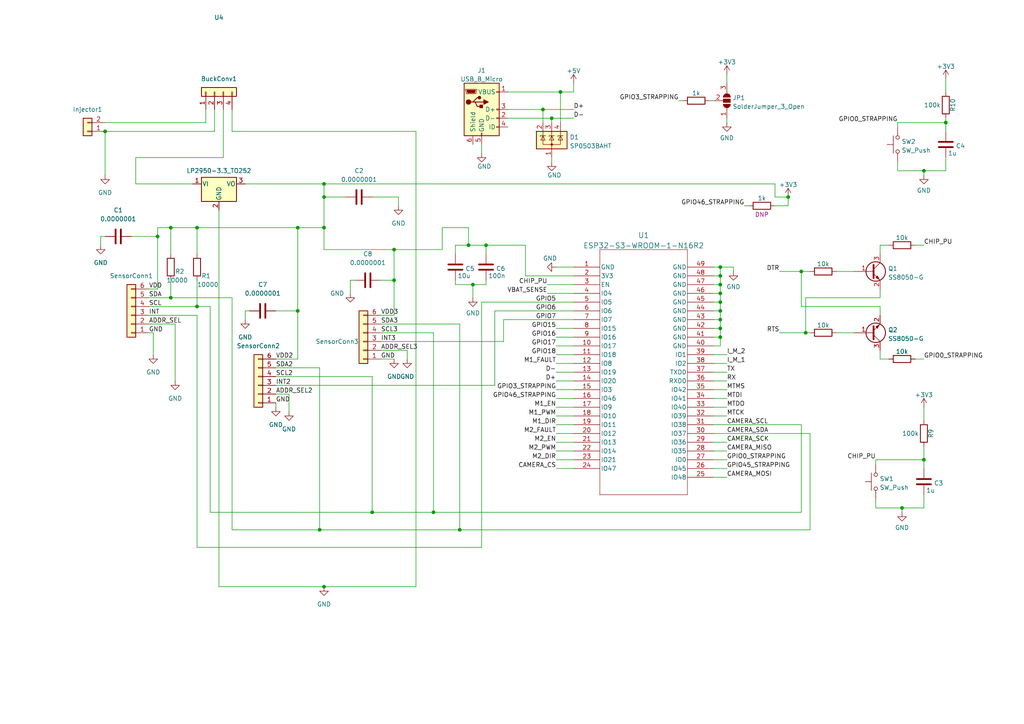
<source format=kicad_sch>
(kicad_sch (version 20230121) (generator eeschema)
  (paper "A4")
  (lib_symbols
    (symbol "Connector:USB_B_Micro" (pin_names (offset 1.016))
      (property "Reference" "J" (at -5.08 11.43 0))
      (property "Value" "USB_B_Micro" (at -5.08 8.89 0))
      (symbol "USB_B_Micro_0_1"
        (rectangle (start -5.08 -7.62) (end 5.08 7.62) (stroke (width 0.254)) (fill (type background)))
        (circle (center -3.81 2.159) (radius 0.635) (stroke (width 0.254)) (fill (type outline)))
        (circle (center -0.635 3.429) (radius 0.381) (stroke (width 0.254)) (fill (type outline)))
        (rectangle (start -0.127 -7.62) (end 0.127 -6.858))
        (polyline (pts (xy -1.905 2.159) (xy 0.635 2.159)) (stroke (width 0.254)))
        (polyline (pts (xy -3.175 2.159) (xy -2.54 2.159) (xy -1.27 3.429) (xy -0.635 3.429)) (stroke (width 0.254)))
        (polyline (pts (xy -2.54 2.159) (xy -1.905 2.159) (xy -1.27 0.889) (xy 0 0.889)) (stroke (width 0.254)))
        (polyline (pts (xy 0.635 2.794) (xy 0.635 1.524) (xy 1.905 2.159) (xy 0.635 2.794)) (stroke (width 0.254)) (fill (type outline)))
        (polyline (pts (xy -4.318 5.588) (xy -1.778 5.588) (xy -2.032 4.826) (xy -4.064 4.826) (xy -4.318 5.588)) (fill (type outline)))
        (polyline (pts (xy -4.699 5.842) (xy -4.699 5.588) (xy -4.445 4.826) (xy -4.445 4.572) (xy -1.651 4.572) (xy -1.651 4.826) (xy -1.397 5.588) (xy -1.397 5.842) (xy -4.699 5.842)))
        (rectangle (start 0.254 1.27) (end -0.508 0.508) (stroke (width 0.254)) (fill (type outline)))
        (rectangle (start 5.08 -5.207) (end 4.318 -4.953))
        (rectangle (start 5.08 -2.667) (end 4.318 -2.413))
        (rectangle (start 5.08 -0.127) (end 4.318 0.127))
        (rectangle (start 5.08 4.953) (end 4.318 5.207))
      )
      (symbol "USB_B_Micro_1_1"
        (pin power_out line (at 7.62 5.08 180) (length 2.54) (name "VBUS") (number "1"))
        (pin bidirectional line (at 7.62 -2.54 180) (length 2.54) (name "D-") (number "2"))
        (pin bidirectional line (at 7.62 0 180) (length 2.54) (name "D+") (number "3"))
        (pin passive line (at 7.62 -5.08 180) (length 2.54) (name "ID") (number "4"))
        (pin power_out line (at 0 -10.16 90) (length 2.54) (name "GND") (number "5"))
        (pin passive line (at -2.54 -10.16 90) (length 2.54) (name "Shield") (number "6"))
      )
    )
    (symbol "Connector_Generic:Conn_01x02" (pin_names (offset 1.016) hide)
      (property "Reference" "J" (at 0 2.54 0))
      (property "Value" "Conn_01x02" (at 0 -5.08 0))
      (symbol "Conn_01x02_1_1"
        (rectangle (start -1.27 -2.413) (end 0 -2.667) (stroke (width 0.1524)))
        (rectangle (start -1.27 0.127) (end 0 -0.127) (stroke (width 0.1524)))
        (rectangle (start -1.27 1.27) (end 1.27 -3.81) (stroke (width 0.254)) (fill (type background)))
        (pin passive line (at -5.08 0 0) (length 3.81) (name "Pin_1") (number "1"))
        (pin passive line (at -5.08 -2.54 0) (length 3.81) (name "Pin_2") (number "2"))
      )
    )
    (symbol "Connector_Generic:Conn_01x04" (pin_names (offset 1.016) hide)
      (property "Reference" "J" (at 0 5.08 0))
      (property "Value" "Conn_01x04" (at 0 -7.62 0))
      (symbol "Conn_01x04_1_1"
        (rectangle (start -1.27 -4.953) (end 0 -5.207) (stroke (width 0.1524)))
        (rectangle (start -1.27 -2.413) (end 0 -2.667) (stroke (width 0.1524)))
        (rectangle (start -1.27 0.127) (end 0 -0.127) (stroke (width 0.1524)))
        (rectangle (start -1.27 2.667) (end 0 2.413) (stroke (width 0.1524)))
        (rectangle (start -1.27 3.81) (end 1.27 -6.35) (stroke (width 0.254)) (fill (type background)))
        (pin passive line (at -5.08 2.54 0) (length 3.81) (name "Pin_1") (number "1"))
        (pin passive line (at -5.08 0 0) (length 3.81) (name "Pin_2") (number "2"))
        (pin passive line (at -5.08 -2.54 0) (length 3.81) (name "Pin_3") (number "3"))
        (pin passive line (at -5.08 -5.08 0) (length 3.81) (name "Pin_4") (number "4"))
      )
    )
    (symbol "Connector_Generic:Conn_01x06" (pin_names (offset 1.016) hide)
      (property "Reference" "J" (at 0 7.62 0))
      (property "Value" "Conn_01x06" (at 0 -10.16 0))
      (symbol "Conn_01x06_1_1"
        (rectangle (start -1.27 -7.493) (end 0 -7.747) (stroke (width 0.1524)))
        (rectangle (start -1.27 -4.953) (end 0 -5.207) (stroke (width 0.1524)))
        (rectangle (start -1.27 -2.413) (end 0 -2.667) (stroke (width 0.1524)))
        (rectangle (start -1.27 0.127) (end 0 -0.127) (stroke (width 0.1524)))
        (rectangle (start -1.27 2.667) (end 0 2.413) (stroke (width 0.1524)))
        (rectangle (start -1.27 5.207) (end 0 4.953) (stroke (width 0.1524)))
        (rectangle (start -1.27 6.35) (end 1.27 -8.89) (stroke (width 0.254)) (fill (type background)))
        (pin passive line (at -5.08 5.08 0) (length 3.81) (name "Pin_1") (number "1"))
        (pin passive line (at -5.08 2.54 0) (length 3.81) (name "Pin_2") (number "2"))
        (pin passive line (at -5.08 0 0) (length 3.81) (name "Pin_3") (number "3"))
        (pin passive line (at -5.08 -2.54 0) (length 3.81) (name "Pin_4") (number "4"))
        (pin passive line (at -5.08 -5.08 0) (length 3.81) (name "Pin_5") (number "5"))
        (pin passive line (at -5.08 -7.62 0) (length 3.81) (name "Pin_6") (number "6"))
      )
    )
    (symbol "Device:C" (pin_numbers hide) (pin_names (offset 0.254))
      (property "Reference" "C" (at 0.635 2.54 0))
      (property "Value" "C" (at 0.635 -2.54 0))
      (symbol "C_0_1"
        (polyline (pts (xy -2.032 -0.762) (xy 2.032 -0.762)) (stroke (width 0.508)))
        (polyline (pts (xy -2.032 0.762) (xy 2.032 0.762)) (stroke (width 0.508)))
      )
      (symbol "C_1_1"
        (pin passive line (at 0 3.81 270) (length 2.794) (name "~") (number "1"))
        (pin passive line (at 0 -3.81 90) (length 2.794) (name "~") (number "2"))
      )
    )
    (symbol "Device:Q_NPN_BEC" (pin_names (offset 0) hide)
      (property "Reference" "Q" (at 5.08 1.27 0))
      (property "Value" "Q_NPN_BEC" (at 5.08 -1.27 0))
      (symbol "Q_NPN_BEC_0_1"
        (polyline (pts (xy 0.635 0.635) (xy 2.54 2.54)))
        (polyline (pts (xy 0.635 -0.635) (xy 2.54 -2.54) (xy 2.54 -2.54)))
        (polyline (pts (xy 0.635 1.905) (xy 0.635 -1.905) (xy 0.635 -1.905)) (stroke (width 0.508)))
        (polyline (pts (xy 1.27 -1.778) (xy 1.778 -1.27) (xy 2.286 -2.286) (xy 1.27 -1.778) (xy 1.27 -1.778)) (fill (type outline)))
        (circle (center 1.27 0) (radius 2.8194) (stroke (width 0.254)))
      )
      (symbol "Q_NPN_BEC_1_1"
        (pin input line (at -5.08 0 0) (length 5.715) (name "B") (number "1"))
        (pin passive line (at 2.54 -5.08 90) (length 2.54) (name "E") (number "2"))
        (pin passive line (at 2.54 5.08 270) (length 2.54) (name "C") (number "3"))
      )
    )
    (symbol "Device:R" (pin_numbers hide) (pin_names (offset 0))
      (property "Reference" "R" (at 2.032 0 90))
      (property "Value" "R" (at 0 0 90))
      (symbol "R_0_1"
        (rectangle (start -1.016 -2.54) (end 1.016 2.54) (stroke (width 0.254)))
      )
      (symbol "R_1_1"
        (pin passive line (at 0 3.81 270) (length 1.27) (name "~") (number "1"))
        (pin passive line (at 0 -3.81 90) (length 1.27) (name "~") (number "2"))
      )
    )
    (symbol "Jumper:SolderJumper_3_Open" (pin_names (offset 0) hide)
      (property "Reference" "JP" (at -2.54 -2.54 0))
      (property "Value" "SolderJumper_3_Open" (at 0 2.794 0))
      (symbol "SolderJumper_3_Open_0_1"
        (arc (start -1.016 1.016) (mid -2.0276 0) (end -1.016 -1.016))
        (arc (start -1.016 1.016) (mid -2.0276 0) (end -1.016 -1.016) (fill (type outline)))
        (rectangle (start -0.508 1.016) (end 0.508 -1.016) (fill (type outline)))
        (polyline (pts (xy -2.54 0) (xy -2.032 0)))
        (polyline (pts (xy -1.016 1.016) (xy -1.016 -1.016)))
        (polyline (pts (xy 0 -1.27) (xy 0 -1.016)))
        (polyline (pts (xy 1.016 1.016) (xy 1.016 -1.016)))
        (polyline (pts (xy 2.54 0) (xy 2.032 0)))
        (arc (start 1.016 -1.016) (mid 2.0276 0) (end 1.016 1.016))
        (arc (start 1.016 -1.016) (mid 2.0276 0) (end 1.016 1.016) (fill (type outline)))
      )
      (symbol "SolderJumper_3_Open_1_1"
        (pin passive line (at -5.08 0 0) (length 2.54) (name "A") (number "1"))
        (pin passive line (at 0 -3.81 90) (length 2.54) (name "C") (number "2"))
        (pin passive line (at 5.08 0 180) (length 2.54) (name "B") (number "3"))
      )
    )
    (symbol "Power_Protection:SP0503BAHT" (pin_names hide)
      (property "Reference" "D" (at 5.715 2.54 0))
      (property "Value" "SP0503BAHT" (at 5.715 0.635 0))
      (symbol "SP0503BAHT_0_0"
        (pin passive line (at 0 -5.08 90) (length 2.54) (name "A") (number "1"))
      )
      (symbol "SP0503BAHT_0_1"
        (rectangle (start -4.445 2.54) (end 4.445 -2.54) (stroke (width 0.254)) (fill (type background)))
        (circle (center 0 -1.27) (radius 0.254) (fill (type outline)))
        (polyline (pts (xy -2.54 2.54) (xy -2.54 1.27)))
        (polyline (pts (xy 0 -1.27) (xy 0 -2.54)))
        (polyline (pts (xy 0 -1.27) (xy 0 1.27)))
        (polyline (pts (xy 0 2.54) (xy 0 1.27)))
        (polyline (pts (xy 0.635 1.27) (xy 0.762 1.27)))
        (polyline (pts (xy 2.54 2.54) (xy 2.54 1.27)))
        (polyline (pts (xy 0.635 1.27) (xy -0.762 1.27) (xy -0.762 1.016)))
        (polyline (pts (xy -3.302 1.016) (xy -3.302 1.27) (xy -1.905 1.27) (xy -1.778 1.27)))
        (polyline (pts (xy -2.54 1.27) (xy -2.54 -1.27) (xy 2.54 -1.27) (xy 2.54 1.27)))
        (polyline (pts (xy -2.54 1.27) (xy -1.905 0) (xy -3.175 0) (xy -2.54 1.27)))
        (polyline (pts (xy 0.635 0) (xy -0.635 0) (xy 0 1.27) (xy 0.635 0)))
        (polyline (pts (xy 1.778 1.016) (xy 1.778 1.27) (xy 3.175 1.27) (xy 3.302 1.27)))
        (polyline (pts (xy 2.54 1.27) (xy 1.905 0) (xy 3.175 0) (xy 2.54 1.27)))
      )
      (symbol "SP0503BAHT_1_1"
        (pin passive line (at -2.54 5.08 270) (length 2.54) (name "K") (number "2"))
        (pin passive line (at 0 5.08 270) (length 2.54) (name "K") (number "3"))
        (pin passive line (at 2.54 5.08 270) (length 2.54) (name "K") (number "4"))
      )
    )
    (symbol "Regulator_Linear:LP2950-3.3_TO252" (pin_names (offset 0.254))
      (property "Reference" "U" (at -3.81 3.175 0))
      (property "Value" "LP2950-3.3_TO252" (at 0 3.175 0))
      (symbol "LP2950-3.3_TO252_0_1"
        (rectangle (start -5.08 1.905) (end 5.08 -5.08) (stroke (width 0.254)) (fill (type background)))
      )
      (symbol "LP2950-3.3_TO252_1_1"
        (pin power_in line (at -7.62 0 0) (length 2.54) (name "VI") (number "1"))
        (pin power_in line (at 0 -7.62 90) (length 2.54) (name "GND") (number "2"))
        (pin power_out line (at 7.62 0 180) (length 2.54) (name "VO") (number "3"))
      )
    )
    (symbol "Switch:SW_Push" (pin_numbers hide) (pin_names (offset 1.016) hide)
      (property "Reference" "SW" (at 1.27 2.54 0))
      (property "Value" "SW_Push" (at 0 -1.524 0))
      (symbol "SW_Push_0_1"
        (circle (center -2.032 0) (radius 0.508))
        (polyline (pts (xy 0 1.27) (xy 0 3.048)))
        (polyline (pts (xy 2.54 1.27) (xy -2.54 1.27)))
        (circle (center 2.032 0) (radius 0.508))
        (pin passive line (at -5.08 0 0) (length 2.54) (name "1") (number "1"))
        (pin passive line (at 5.08 0 180) (length 2.54) (name "2") (number "2"))
      )
    )
    (symbol "basic:C" (pin_numbers hide) (pin_names (offset 0.254))
      (property "Reference" "C" (at 0.635 2.54 0))
      (symbol "C_0_1"
        (polyline (pts (xy -2.032 -0.762) (xy 2.032 -0.762)) (stroke (width 0.508)))
        (polyline (pts (xy -2.032 0.762) (xy 2.032 0.762)) (stroke (width 0.508)))
      )
      (symbol "C_1_1"
        (pin passive line (at 0 3.81 270) (length 2.794) (name "~") (number "1"))
        (pin passive line (at 0 -3.81 90) (length 2.794) (name "~") (number "2"))
      )
    )
    (symbol "basic:R" (pin_numbers hide) (pin_names (offset 0))
      (property "Value" "R" (at 0 0 90))
      (symbol "R_0_1"
        (rectangle (start -1.016 -2.54) (end 1.016 2.54) (stroke (width 0.254)))
      )
      (symbol "R_1_1"
        (pin passive line (at 0 3.81 270) (length 1.27) (name "~") (number "1"))
        (pin passive line (at 0 -3.81 90) (length 1.27) (name "~") (number "2"))
      )
    )
    (symbol "local_symbols:ESP32-S3-WROOM-1-N16R2" (pin_names (offset 0.254))
      (property "Reference" "U" (at 20.32 10.16 0))
      (property "Value" "ESP32-S3-WROOM-1-N16R2" (at 20.32 7.62 0))
      (symbol "ESP32-S3-WROOM-1-N16R2_0_1"
        (polyline (pts (xy 7.62 -66.04) (xy 33.02 -66.04)) (stroke (width 0.127)))
        (polyline (pts (xy 7.62 5.08) (xy 7.62 -66.04)) (stroke (width 0.127)))
        (polyline (pts (xy 33.02 -66.04) (xy 33.02 5.08)) (stroke (width 0.127)))
        (polyline (pts (xy 33.02 5.08) (xy 7.62 5.08)) (stroke (width 0.127)))
        (pin power_out line (at 0 0 0) (length 7.62) (name "GND") (number "1"))
        (pin bidirectional line (at 0 -22.86 0) (length 7.62) (name "IO17") (number "10"))
        (pin bidirectional line (at 0 -25.4 0) (length 7.62) (name "IO18") (number "11"))
        (pin bidirectional line (at 0 -27.94 0) (length 7.62) (name "IO8") (number "12"))
        (pin bidirectional line (at 0 -30.48 0) (length 7.62) (name "IO19") (number "13"))
        (pin bidirectional line (at 0 -33.02 0) (length 7.62) (name "IO20") (number "14"))
        (pin bidirectional line (at 0 -35.56 0) (length 7.62) (name "IO3") (number "15"))
        (pin bidirectional line (at 0 -38.1 0) (length 7.62) (name "IO46") (number "16"))
        (pin bidirectional line (at 0 -40.64 0) (length 7.62) (name "IO9") (number "17"))
        (pin bidirectional line (at 0 -43.18 0) (length 7.62) (name "IO10") (number "18"))
        (pin bidirectional line (at 0 -45.72 0) (length 7.62) (name "IO11") (number "19"))
        (pin power_in line (at 0 -2.54 0) (length 7.62) (name "3V3") (number "2"))
        (pin bidirectional line (at 0 -48.26 0) (length 7.62) (name "IO12") (number "20"))
        (pin bidirectional line (at 0 -50.8 0) (length 7.62) (name "IO13") (number "21"))
        (pin bidirectional line (at 0 -53.34 0) (length 7.62) (name "IO14") (number "22"))
        (pin bidirectional line (at 0 -55.88 0) (length 7.62) (name "IO21") (number "23"))
        (pin bidirectional line (at 0 -58.42 0) (length 7.62) (name "IO47") (number "24"))
        (pin bidirectional line (at 40.64 -60.96 180) (length 7.62) (name "IO48") (number "25"))
        (pin bidirectional line (at 40.64 -58.42 180) (length 7.62) (name "IO45") (number "26"))
        (pin bidirectional line (at 40.64 -55.88 180) (length 7.62) (name "IO0") (number "27"))
        (pin bidirectional line (at 40.64 -53.34 180) (length 7.62) (name "IO35") (number "28"))
        (pin bidirectional line (at 40.64 -50.8 180) (length 7.62) (name "IO36") (number "29"))
        (pin input line (at 0 -5.08 0) (length 7.62) (name "EN") (number "3"))
        (pin bidirectional line (at 40.64 -48.26 180) (length 7.62) (name "IO37") (number "30"))
        (pin bidirectional line (at 40.64 -45.72 180) (length 7.62) (name "IO38") (number "31"))
        (pin bidirectional line (at 40.64 -43.18 180) (length 7.62) (name "IO39") (number "32"))
        (pin bidirectional line (at 40.64 -40.64 180) (length 7.62) (name "IO40") (number "33"))
        (pin bidirectional line (at 40.64 -38.1 180) (length 7.62) (name "IO41") (number "34"))
        (pin bidirectional line (at 40.64 -35.56 180) (length 7.62) (name "IO42") (number "35"))
        (pin bidirectional line (at 40.64 -33.02 180) (length 7.62) (name "RXD0") (number "36"))
        (pin bidirectional line (at 40.64 -30.48 180) (length 7.62) (name "TXD0") (number "37"))
        (pin bidirectional line (at 40.64 -27.94 180) (length 7.62) (name "IO2") (number "38"))
        (pin bidirectional line (at 40.64 -25.4 180) (length 7.62) (name "IO1") (number "39"))
        (pin bidirectional line (at 0 -7.62 0) (length 7.62) (name "IO4") (number "4"))
        (pin power_out line (at 40.64 -22.86 180) (length 7.62) (name "GND") (number "40"))
        (pin power_out line (at 40.64 -20.32 180) (length 7.62) (name "GND") (number "41"))
        (pin power_out line (at 40.64 -17.78 180) (length 7.62) (name "GND") (number "42"))
        (pin power_out line (at 40.64 -15.24 180) (length 7.62) (name "GND") (number "43"))
        (pin power_out line (at 40.64 -12.7 180) (length 7.62) (name "GND") (number "44"))
        (pin power_out line (at 40.64 -10.16 180) (length 7.62) (name "GND") (number "45"))
        (pin power_out line (at 40.64 -7.62 180) (length 7.62) (name "GND") (number "46"))
        (pin power_out line (at 40.64 -5.08 180) (length 7.62) (name "GND") (number "47"))
        (pin power_out line (at 40.64 -2.54 180) (length 7.62) (name "GND") (number "48"))
        (pin power_out line (at 40.64 0 180) (length 7.62) (name "GND") (number "49"))
        (pin bidirectional line (at 0 -10.16 0) (length 7.62) (name "IO5") (number "5"))
        (pin bidirectional line (at 0 -12.7 0) (length 7.62) (name "IO6") (number "6"))
        (pin bidirectional line (at 0 -15.24 0) (length 7.62) (name "IO7") (number "7"))
        (pin bidirectional line (at 0 -17.78 0) (length 7.62) (name "IO15") (number "8"))
        (pin bidirectional line (at 0 -20.32 0) (length 7.62) (name "IO16") (number "9"))
      )
    )
    (symbol "power:+3V3" (power) (pin_names (offset 0))
      (property "Value" "+3V3" (at 0 3.556 0))
      (symbol "+3V3_0_1"
        (polyline (pts (xy -0.762 1.27) (xy 0 2.54)))
        (polyline (pts (xy 0 0) (xy 0 2.54)))
        (polyline (pts (xy 0 2.54) (xy 0.762 1.27)))
      )
      (symbol "+3V3_1_1"
        (pin power_in line (at 0 0 90) (length 0) hide (name "+3V3") (number "1"))
      )
    )
    (symbol "power:+5V" (power) (pin_names (offset 0))
      (property "Value" "+5V" (at 0 3.556 0))
      (symbol "+5V_0_1"
        (polyline (pts (xy -0.762 1.27) (xy 0 2.54)))
        (polyline (pts (xy 0 0) (xy 0 2.54)))
        (polyline (pts (xy 0 2.54) (xy 0.762 1.27)))
      )
      (symbol "+5V_1_1"
        (pin power_in line (at 0 0 90) (length 0) hide (name "+5V") (number "1"))
      )
    )
    (symbol "power:GND" (power) (pin_names (offset 0))
      (property "Value" "GND" (at 0 -3.81 0))
      (symbol "GND_0_1"
        (polyline (pts (xy 0 0) (xy 0 -1.27) (xy 1.27 -1.27) (xy 0 -2.54) (xy -1.27 -1.27) (xy 0 -1.27)))
      )
      (symbol "GND_1_1"
        (pin power_in line (at 0 0 270) (length 0) hide (name "GND") (number "1"))
      )
    )
  )
  (junction (at 92.71 153.67))
  (junction (at 57.15 88.9))
  (junction (at 107.95 148.59))
  (junction (at 267.97 133.35))
  (junction (at 125.73 148.59))
  (junction (at 157.48 31.75))
  (junction (at 274.32 35.56))
  (junction (at 208.915 85.09))
  (junction (at 137.16 82.55))
  (junction (at 114.3 72.39))
  (junction (at 93.98 53.34))
  (junction (at 93.98 66.04))
  (junction (at 57.15 66.04))
  (junction (at 86.36 66.04))
  (junction (at 135.89 71.12))
  (junction (at 162.56 26.67))
  (junction (at 208.915 90.17))
  (junction (at 114.3 81.28))
  (junction (at 208.915 92.71))
  (junction (at 261.62 147.32))
  (junction (at 208.915 87.63))
  (junction (at 208.915 80.01))
  (junction (at 93.98 170.18))
  (junction (at 30.48 38.1))
  (junction (at 208.915 97.79))
  (junction (at 228.6 57.15))
  (junction (at 45.72 68.58))
  (junction (at 233.68 96.52))
  (junction (at 93.98 57.15))
  (junction (at 49.53 86.36))
  (junction (at 140.97 71.12))
  (junction (at 133.35 153.67))
  (junction (at 208.915 82.55))
  (junction (at 232.41 78.74))
  (junction (at 49.53 66.04))
  (junction (at 160.02 34.29))
  (junction (at 267.97 49.53))
  (junction (at 86.36 90.17))
  (junction (at 208.915 95.25))
  (junction (at 208.915 77.47))
  (wire (pts (xy 92.71 153.67) (xy 133.35 153.67)))
  (wire (pts (xy 43.18 93.98) (xy 50.8 93.98)))
  (wire (pts (xy 60.96 88.9) (xy 60.96 148.59)))
  (wire (pts (xy 208.915 90.17) (xy 208.915 87.63)))
  (wire (pts (xy 254 133.35) (xy 267.97 133.35)))
  (wire (pts (xy 132.08 71.12) (xy 135.89 71.12)))
  (wire (pts (xy 207.01 130.81) (xy 210.82 130.81)))
  (wire (pts (xy 110.49 93.98) (xy 133.35 93.98)))
  (wire (pts (xy 274.32 45.72) (xy 274.32 49.53)))
  (wire (pts (xy 224.79 59.69) (xy 228.6 59.69)))
  (wire (pts (xy 226.06 96.52) (xy 233.68 96.52)))
  (wire (pts (xy 157.48 31.75) (xy 157.48 35.56)))
  (wire (pts (xy 132.08 82.55) (xy 137.16 82.55)))
  (wire (pts (xy 162.56 26.67) (xy 162.56 35.56)))
  (wire (pts (xy 161.29 95.25) (xy 166.37 95.25)))
  (wire (pts (xy 162.56 26.67) (xy 166.37 26.67)))
  (wire (pts (xy 67.31 86.36) (xy 67.31 153.67)))
  (wire (pts (xy 212.725 78.74) (xy 212.725 77.47)))
  (wire (pts (xy 255.27 101.6) (xy 255.27 104.14)))
  (wire (pts (xy 62.23 31.75) (xy 62.23 38.1)))
  (wire (pts (xy 49.53 66.04) (xy 49.53 73.66)))
  (wire (pts (xy 80.01 116.84) (xy 80.01 118.11)))
  (wire (pts (xy 72.39 90.17) (xy 71.12 90.17)))
  (wire (pts (xy 226.06 78.74) (xy 232.41 78.74)))
  (wire (pts (xy 207.01 138.43) (xy 210.82 138.43)))
  (wire (pts (xy 210.82 34.29) (xy 210.82 35.56)))
  (wire (pts (xy 93.98 57.15) (xy 93.98 66.04)))
  (wire (pts (xy 207.01 110.49) (xy 210.82 110.49)))
  (wire (pts (xy 152.4 80.01) (xy 166.37 80.01)))
  (wire (pts (xy 133.35 153.67) (xy 234.95 153.67)))
  (wire (pts (xy 43.18 96.52) (xy 44.45 96.52)))
  (wire (pts (xy 232.41 148.59) (xy 232.41 123.19)))
  (wire (pts (xy 125.73 96.52) (xy 125.73 148.59)))
  (wire (pts (xy 86.36 66.04) (xy 93.98 66.04)))
  (wire (pts (xy 57.15 158.75) (xy 57.15 91.44)))
  (wire (pts (xy 160.02 34.29) (xy 160.02 35.56)))
  (wire (pts (xy 161.29 110.49) (xy 166.37 110.49)))
  (wire (pts (xy 80.01 90.17) (xy 86.36 90.17)))
  (wire (pts (xy 135.89 66.04) (xy 135.89 71.12)))
  (wire (pts (xy 110.49 96.52) (xy 125.73 96.52)))
  (wire (pts (xy 30.48 68.58) (xy 29.21 68.58)))
  (wire (pts (xy 207.01 128.27) (xy 210.82 128.27)))
  (wire (pts (xy 147.32 26.67) (xy 162.56 26.67)))
  (wire (pts (xy 207.01 115.57) (xy 210.82 115.57)))
  (wire (pts (xy 255.27 71.12) (xy 255.27 73.66)))
  (wire (pts (xy 71.12 53.34) (xy 93.98 53.34)))
  (wire (pts (xy 267.97 133.35) (xy 267.97 135.89)))
  (wire (pts (xy 267.97 118.11) (xy 267.97 121.92)))
  (wire (pts (xy 254 147.32) (xy 261.62 147.32)))
  (wire (pts (xy 161.29 123.19) (xy 166.37 123.19)))
  (wire (pts (xy 208.915 95.25) (xy 208.915 92.71)))
  (wire (pts (xy 233.68 96.52) (xy 234.95 96.52)))
  (wire (pts (xy 140.97 71.12) (xy 140.97 73.66)))
  (wire (pts (xy 161.29 133.35) (xy 166.37 133.35)))
  (wire (pts (xy 158.75 82.55) (xy 166.37 82.55)))
  (wire (pts (xy 114.3 81.28) (xy 114.3 91.44)))
  (wire (pts (xy 45.72 83.82) (xy 45.72 68.58)))
  (wire (pts (xy 224.79 57.15) (xy 228.6 57.15)))
  (wire (pts (xy 128.27 72.39) (xy 128.27 66.04)))
  (wire (pts (xy 228.6 57.15) (xy 228.6 59.69)))
  (wire (pts (xy 43.18 86.36) (xy 49.53 86.36)))
  (wire (pts (xy 125.73 148.59) (xy 232.41 148.59)))
  (wire (pts (xy 254 134.62) (xy 254 133.35)))
  (wire (pts (xy 215.9 59.69) (xy 217.17 59.69)))
  (wire (pts (xy 161.29 115.57) (xy 166.37 115.57)))
  (wire (pts (xy 60.96 148.59) (xy 107.95 148.59)))
  (wire (pts (xy 140.97 81.28) (xy 140.97 82.55)))
  (wire (pts (xy 62.23 38.1) (xy 30.48 38.1)))
  (wire (pts (xy 161.29 120.65) (xy 166.37 120.65)))
  (wire (pts (xy 267.97 49.53) (xy 267.97 50.8)))
  (wire (pts (xy 161.29 128.27) (xy 166.37 128.27)))
  (wire (pts (xy 30.48 35.56) (xy 59.69 35.56)))
  (wire (pts (xy 274.32 49.53) (xy 267.97 49.53)))
  (wire (pts (xy 205.74 29.21) (xy 207.01 29.21)))
  (wire (pts (xy 234.95 153.67) (xy 234.95 125.73)))
  (wire (pts (xy 30.48 38.1) (xy 30.48 50.8)))
  (wire (pts (xy 267.97 147.32) (xy 261.62 147.32)))
  (wire (pts (xy 143.51 111.76) (xy 143.51 90.17)))
  (wire (pts (xy 260.35 49.53) (xy 267.97 49.53)))
  (wire (pts (xy 265.43 71.12) (xy 267.97 71.12)))
  (wire (pts (xy 161.29 97.79) (xy 166.37 97.79)))
  (wire (pts (xy 233.68 86.36) (xy 233.68 96.52)))
  (wire (pts (xy 128.27 66.04) (xy 135.89 66.04)))
  (wire (pts (xy 118.11 101.6) (xy 118.11 104.14)))
  (wire (pts (xy 207.01 102.87) (xy 210.82 102.87)))
  (wire (pts (xy 207.01 90.17) (xy 208.915 90.17)))
  (wire (pts (xy 147.32 34.29) (xy 160.02 34.29)))
  (wire (pts (xy 67.31 153.67) (xy 92.71 153.67)))
  (wire (pts (xy 261.62 147.32) (xy 261.62 148.59)))
  (wire (pts (xy 207.01 100.33) (xy 208.915 100.33)))
  (wire (pts (xy 59.69 31.75) (xy 59.69 35.56)))
  (wire (pts (xy 110.49 101.6) (xy 118.11 101.6)))
  (wire (pts (xy 207.01 113.03) (xy 210.82 113.03)))
  (wire (pts (xy 45.72 66.04) (xy 49.53 66.04)))
  (wire (pts (xy 80.01 114.3) (xy 83.82 114.3)))
  (wire (pts (xy 71.12 90.17) (xy 71.12 92.71)))
  (wire (pts (xy 29.21 68.58) (xy 29.21 71.12)))
  (wire (pts (xy 207.01 82.55) (xy 208.915 82.55)))
  (wire (pts (xy 161.29 77.47) (xy 166.37 77.47)))
  (wire (pts (xy 224.79 53.34) (xy 224.79 57.15)))
  (wire (pts (xy 161.29 107.95) (xy 166.37 107.95)))
  (wire (pts (xy 107.95 148.59) (xy 125.73 148.59)))
  (wire (pts (xy 86.36 66.04) (xy 86.36 90.17)))
  (wire (pts (xy 161.29 105.41) (xy 166.37 105.41)))
  (wire (pts (xy 242.57 96.52) (xy 247.65 96.52)))
  (wire (pts (xy 93.98 53.34) (xy 224.79 53.34)))
  (wire (pts (xy 143.51 90.17) (xy 166.37 90.17)))
  (wire (pts (xy 208.915 77.47) (xy 208.915 80.01)))
  (wire (pts (xy 166.37 24.13) (xy 166.37 26.67)))
  (wire (pts (xy 38.1 68.58) (xy 45.72 68.58)))
  (wire (pts (xy 93.98 57.15) (xy 93.98 53.34)))
  (wire (pts (xy 260.35 46.99) (xy 260.35 49.53)))
  (wire (pts (xy 114.3 72.39) (xy 128.27 72.39)))
  (wire (pts (xy 207.01 133.35) (xy 210.82 133.35)))
  (wire (pts (xy 274.32 35.56) (xy 274.32 38.1)))
  (wire (pts (xy 139.7 87.63) (xy 166.37 87.63)))
  (wire (pts (xy 137.16 82.55) (xy 137.16 86.36)))
  (wire (pts (xy 101.6 81.28) (xy 101.6 85.09)))
  (wire (pts (xy 207.01 95.25) (xy 208.915 95.25)))
  (wire (pts (xy 49.53 86.36) (xy 67.31 86.36)))
  (wire (pts (xy 133.35 93.98) (xy 133.35 153.67)))
  (wire (pts (xy 207.01 118.11) (xy 210.82 118.11)))
  (wire (pts (xy 207.01 92.71) (xy 208.915 92.71)))
  (wire (pts (xy 45.72 68.58) (xy 45.72 66.04)))
  (wire (pts (xy 255.27 86.36) (xy 233.68 86.36)))
  (wire (pts (xy 64.77 31.75) (xy 64.77 45.72)))
  (wire (pts (xy 147.32 31.75) (xy 157.48 31.75)))
  (wire (pts (xy 39.37 45.72) (xy 39.37 53.34)))
  (wire (pts (xy 43.18 88.9) (xy 57.15 88.9)))
  (wire (pts (xy 232.41 78.74) (xy 234.95 78.74)))
  (wire (pts (xy 208.915 85.09) (xy 208.915 82.55)))
  (wire (pts (xy 57.15 66.04) (xy 57.15 73.66)))
  (wire (pts (xy 102.87 81.28) (xy 101.6 81.28)))
  (wire (pts (xy 161.29 130.81) (xy 166.37 130.81)))
  (wire (pts (xy 57.15 88.9) (xy 60.96 88.9)))
  (wire (pts (xy 107.95 57.15) (xy 115.57 57.15)))
  (wire (pts (xy 208.915 100.33) (xy 208.915 97.79)))
  (wire (pts (xy 80.01 109.22) (xy 107.95 109.22)))
  (wire (pts (xy 39.37 53.34) (xy 55.88 53.34)))
  (wire (pts (xy 83.82 114.3) (xy 83.82 119.38)))
  (wire (pts (xy 207.01 120.65) (xy 210.82 120.65)))
  (wire (pts (xy 115.57 57.15) (xy 115.57 59.69)))
  (wire (pts (xy 140.97 71.12) (xy 152.4 71.12)))
  (wire (pts (xy 274.32 22.86) (xy 274.32 26.67)))
  (wire (pts (xy 57.15 158.75) (xy 139.7 158.75)))
  (wire (pts (xy 267.97 143.51) (xy 267.97 147.32)))
  (wire (pts (xy 161.29 100.33) (xy 166.37 100.33)))
  (wire (pts (xy 49.53 81.28) (xy 49.53 86.36)))
  (wire (pts (xy 110.49 91.44) (xy 114.3 91.44)))
  (wire (pts (xy 57.15 81.28) (xy 57.15 88.9)))
  (wire (pts (xy 80.01 111.76) (xy 143.51 111.76)))
  (wire (pts (xy 63.5 60.96) (xy 63.5 170.18)))
  (wire (pts (xy 242.57 78.74) (xy 247.65 78.74)))
  (wire (pts (xy 152.4 71.12) (xy 152.4 80.01)))
  (wire (pts (xy 257.81 71.12) (xy 255.27 71.12)))
  (wire (pts (xy 157.48 31.75) (xy 166.37 31.75)))
  (wire (pts (xy 207.01 97.79) (xy 208.915 97.79)))
  (wire (pts (xy 114.3 72.39) (xy 114.3 81.28)))
  (wire (pts (xy 255.27 104.14) (xy 257.81 104.14)))
  (wire (pts (xy 207.01 77.47) (xy 208.915 77.47)))
  (wire (pts (xy 254 144.78) (xy 254 147.32)))
  (wire (pts (xy 107.95 109.22) (xy 107.95 148.59)))
  (wire (pts (xy 274.32 34.29) (xy 274.32 35.56)))
  (wire (pts (xy 120.65 38.1) (xy 120.65 170.18)))
  (wire (pts (xy 110.49 104.14) (xy 114.3 104.14)))
  (wire (pts (xy 255.27 83.82) (xy 255.27 86.36)))
  (wire (pts (xy 207.01 85.09) (xy 208.915 85.09)))
  (wire (pts (xy 196.85 29.21) (xy 198.12 29.21)))
  (wire (pts (xy 137.16 82.55) (xy 140.97 82.55)))
  (wire (pts (xy 161.29 113.03) (xy 166.37 113.03)))
  (wire (pts (xy 67.31 38.1) (xy 120.65 38.1)))
  (wire (pts (xy 110.49 99.06) (xy 146.05 99.06)))
  (wire (pts (xy 64.77 45.72) (xy 39.37 45.72)))
  (wire (pts (xy 110.49 81.28) (xy 114.3 81.28)))
  (wire (pts (xy 207.01 123.19) (xy 232.41 123.19)))
  (wire (pts (xy 50.8 93.98) (xy 50.8 110.49)))
  (wire (pts (xy 207.01 125.73) (xy 234.95 125.73)))
  (wire (pts (xy 208.915 77.47) (xy 212.725 77.47)))
  (wire (pts (xy 267.97 129.54) (xy 267.97 133.35)))
  (wire (pts (xy 208.915 92.71) (xy 208.915 90.17)))
  (wire (pts (xy 160.02 45.72) (xy 160.02 46.99)))
  (wire (pts (xy 158.75 85.09) (xy 166.37 85.09)))
  (wire (pts (xy 93.98 72.39) (xy 114.3 72.39)))
  (wire (pts (xy 207.01 105.41) (xy 210.82 105.41)))
  (wire (pts (xy 67.31 31.75) (xy 67.31 38.1)))
  (wire (pts (xy 80.01 106.68) (xy 92.71 106.68)))
  (wire (pts (xy 139.7 41.91) (xy 139.7 44.45)))
  (wire (pts (xy 120.65 170.18) (xy 93.98 170.18)))
  (wire (pts (xy 208.915 80.01) (xy 207.01 80.01)))
  (wire (pts (xy 265.43 104.14) (xy 267.97 104.14)))
  (wire (pts (xy 93.98 57.15) (xy 100.33 57.15)))
  (wire (pts (xy 57.15 91.44) (xy 43.18 91.44)))
  (wire (pts (xy 146.05 99.06) (xy 146.05 92.71)))
  (wire (pts (xy 80.01 104.14) (xy 86.36 104.14)))
  (wire (pts (xy 44.45 96.52) (xy 44.45 102.87)))
  (wire (pts (xy 208.915 97.79) (xy 208.915 95.25)))
  (wire (pts (xy 255.27 88.9) (xy 232.41 88.9)))
  (wire (pts (xy 146.05 92.71) (xy 166.37 92.71)))
  (wire (pts (xy 161.29 102.87) (xy 166.37 102.87)))
  (wire (pts (xy 132.08 81.28) (xy 132.08 82.55)))
  (wire (pts (xy 49.53 66.04) (xy 57.15 66.04)))
  (wire (pts (xy 132.08 73.66) (xy 132.08 71.12)))
  (wire (pts (xy 63.5 170.18) (xy 93.98 170.18)))
  (wire (pts (xy 160.02 34.29) (xy 166.37 34.29)))
  (wire (pts (xy 232.41 88.9) (xy 232.41 78.74)))
  (wire (pts (xy 260.35 35.56) (xy 274.32 35.56)))
  (wire (pts (xy 86.36 104.14) (xy 86.36 90.17)))
  (wire (pts (xy 43.18 83.82) (xy 45.72 83.82)))
  (wire (pts (xy 208.915 82.55) (xy 208.915 80.01)))
  (wire (pts (xy 161.29 118.11) (xy 166.37 118.11)))
  (wire (pts (xy 207.01 107.95) (xy 210.82 107.95)))
  (wire (pts (xy 57.15 66.04) (xy 86.36 66.04)))
  (wire (pts (xy 93.98 66.04) (xy 93.98 72.39)))
  (wire (pts (xy 139.7 87.63) (xy 139.7 158.75)))
  (wire (pts (xy 92.71 106.68) (xy 92.71 153.67)))
  (wire (pts (xy 161.29 135.89) (xy 166.37 135.89)))
  (wire (pts (xy 207.01 135.89) (xy 210.82 135.89)))
  (wire (pts (xy 161.29 125.73) (xy 166.37 125.73)))
  (wire (pts (xy 255.27 91.44) (xy 255.27 88.9)))
  (wire (pts (xy 135.89 71.12) (xy 140.97 71.12)))
  (wire (pts (xy 210.82 21.59) (xy 210.82 24.13)))
  (wire (pts (xy 208.915 87.63) (xy 208.915 85.09)))
  (wire (pts (xy 207.01 87.63) (xy 208.915 87.63)))
  (wire (pts (xy 260.35 36.83) (xy 260.35 35.56)))
  (label "GPIO18" (at 161.29 102.87 180))
  (label "CHIP_PU" (at 254 133.35 180))
  (label "VDD2" (at 80.01 104.14 0))
  (label "CAMERA_SDA" (at 210.82 125.73 0))
  (label "RTS" (at 226.06 96.52 180))
  (label "GPIO46_STRAPPING" (at 215.9 59.69 180))
  (label "SCL3" (at 110.49 96.52 0))
  (label "M2_DIR" (at 161.29 133.35 180))
  (label "MTMS" (at 210.82 113.03 0))
  (label "INT" (at 43.18 91.44 0))
  (label "ADDR_SEL3" (at 110.49 101.6 0))
  (label "GPIO45_STRAPPING" (at 210.82 135.89 0))
  (label "GND" (at 80.01 116.84 0))
  (label "DTR" (at 226.06 78.74 180))
  (label "ADDR_SEL" (at 43.18 93.98 0))
  (label "TX" (at 210.82 107.95 0))
  (label "GND" (at 110.49 104.14 0))
  (label "SDA2" (at 80.01 106.68 0))
  (label "ADDR_SEL2" (at 80.01 114.3 0))
  (label "SDA" (at 43.18 86.36 0))
  (label "M1_EN" (at 161.29 118.11 180))
  (label "M2_FAULT" (at 161.29 125.73 180))
  (label "GPIO46_STRAPPING" (at 161.29 115.57 180))
  (label "CHIP_PU" (at 267.97 71.12 0))
  (label "CAMERA_SCL" (at 210.82 123.19 0))
  (label "D-" (at 166.37 34.29 0))
  (label "SCL" (at 43.18 88.9 0))
  (label "D+" (at 161.29 110.49 180))
  (label "VDD" (at 43.18 83.82 0))
  (label "SCL2" (at 80.01 109.22 0))
  (label "GPIO16" (at 161.29 97.79 180))
  (label "CAMERA_MOSI" (at 210.82 138.43 0))
  (label "VBAT_SENSE" (at 158.75 85.09 180))
  (label "M1_DIR" (at 161.29 123.19 180))
  (label "GPIO15" (at 161.29 95.25 180))
  (label "I_M_1" (at 210.82 105.41 0))
  (label "MTDI" (at 210.82 115.57 0))
  (label "INT2" (at 80.01 111.76 0))
  (label "GPIO0_STRAPPING" (at 267.97 104.14 0))
  (label "GPIO3_STRAPPING" (at 161.29 113.03 180))
  (label "CAMERA_MISO" (at 210.82 130.81 0))
  (label "MTCK" (at 210.82 120.65 0))
  (label "M2_PWM" (at 161.29 130.81 180))
  (label "CAMERA_CS" (at 161.29 135.89 180))
  (label "GPIO17" (at 161.29 100.33 180))
  (label "GPIO0_STRAPPING" (at 210.82 133.35 0))
  (label "MTDO" (at 210.82 118.11 0))
  (label "GPIO0_STRAPPING" (at 260.35 35.56 180))
  (label "CHIP_PU" (at 158.75 82.55 180))
  (label "INT3" (at 110.49 99.06 0))
  (label "M1_PWM" (at 161.29 120.65 180))
  (label "GPIO7" (at 161.29 92.71 180))
  (label "M2_EN" (at 161.29 128.27 180))
  (label "GPIO5" (at 161.29 87.63 180))
  (label "GPIO3_STRAPPING" (at 196.85 29.21 180))
  (label "RX" (at 210.82 110.49 0))
  (label "D-" (at 161.29 107.95 180))
  (label "VDD3" (at 110.49 91.44 0))
  (label "SDA3" (at 110.49 93.98 0))
  (label "GPIO6" (at 161.29 90.17 180))
  (label "I_M_2" (at 210.82 102.87 0))
  (label "D+" (at 166.37 31.75 0))
  (label "GND" (at 43.18 96.52 0))
  (label "CAMERA_SCK" (at 210.82 128.27 0))
  (label "M1_FAULT" (at 161.29 105.41 180))
  (symbol (lib_id "basic:C") (at 140.97 77.47 0) (unit 1)
    (property "Reference" "C6" (at 143.891 77.9038 0) (effects (justify left)))
    (property "Value" "100n" (at 141.605 80.01 0) (effects (justify left)))
    (property "Footprint" "Capacitor_SMD:C_0805_2012Metric" (effects hide))
  )
  (symbol (lib_id "power:GND") (at 115.57 59.69 0) (unit 1)
    (property "Reference" "#PWR04" (effects hide))
    (property "Value" "GND" (at 115.57 64.77 0))
  )
  (symbol (lib_id "Power_Protection:SP0503BAHT") (at 160.02 40.64 0) (unit 1)
    (property "Reference" "D1" (at 165.227 39.8053 0) (effects (justify left)))
    (property "Value" "SP0503BAHT" (at 165.227 42.3422 0) (effects (justify left)))
    (property "Footprint" "Package_TO_SOT_SMD:SOT-143" (effects hide))
    (property "Datasheet" "http://www.littelfuse.com/~/media/files/littelfuse/technical%20resources/documents/data%20sheets/sp05xxba.pdf" (effects hide))
  )
  (symbol (lib_id "power:GND") (at 261.62 148.59 0) (unit 1)
    (property "Reference" "#PWR010" (effects hide))
    (property "Value" "GND" (at 261.62 153.0334 0))
  )
  (symbol (lib_id "power:GND") (at 267.97 50.8 0) (unit 1)
    (property "Reference" "#PWR011" (effects hide))
    (property "Value" "GND" (at 267.97 55.2434 0))
  )
  (symbol (lib_id "power:GND") (at 118.11 104.14 0) (unit 1)
    (property "Reference" "#PWR025" (effects hide))
    (property "Value" "GND" (at 118.11 109.22 0))
  )
  (symbol (lib_id "power:+3V3") (at 274.32 22.86 0) (unit 1)
    (property "Reference" "#PWR013" (effects hide))
    (property "Value" "+3V3" (at 274.32 19.2842 0))
  )
  (symbol (lib_id "power:GND") (at 83.82 119.38 0) (unit 1)
    (property "Reference" "#PWR021" (effects hide))
    (property "Value" "GND" (at 83.82 124.46 0))
  )
  (symbol (lib_id "power:GND") (at 139.7 44.45 0) (unit 1)
    (property "Reference" "#PWR018" (effects hide))
    (property "Value" "GND" (at 138.43 48.26 0) (effects (justify left)))
  )
  (symbol (lib_id "Device:C") (at 34.29 68.58 270) (unit 1)
    (property "Reference" "C1" (at 34.29 60.96 90))
    (property "Value" "0.0000001" (at 34.29 63.5 90))
    (property "Footprint" "Capacitor_SMD:C_0805_2012Metric_Pad1.18x1.45mm_HandSolder" (effects hide))
  )
  (symbol (lib_id "Switch:SW_Push") (at 254 139.7 90) (unit 1)
    (property "Reference" "SW1" (at 255.143 138.8653 90) (effects (justify right)))
    (property "Value" "SW_Push" (at 255.143 141.4022 90) (effects (justify right)))
    (property "Footprint" "Button_Switch_SMD:SW_SPST_B3S-1000" (effects hide))
    (property "Datasheet" "https://www.digikey.com/en/products/detail/omron-electronics-inc-emc-div/B3S-1000/20686" (effects hide))
  )
  (symbol (lib_id "local_symbols:ESP32-S3-WROOM-1-N16R2") (at 166.37 77.47 0) (unit 1)
    (property "Reference" "U1" (at 186.69 68.2424 0) (effects (font (size 1.524 1.524))))
    (property "Value" "ESP32-S3-WROOM-1-N16R2" (at 186.69 71.2358 0) (effects (font (size 1.524 1.524))))
    (property "Footprint" "Jason's esp32:ESP32-S3-WROOM-1_EXP" (effects hide))
    (property "Datasheet" "ESP32-S3-WROOM-1-N16R2" (effects hide))
  )
  (symbol (lib_id "power:GND") (at 161.29 77.47 270) (unit 1)
    (property "Reference" "#PWR016" (effects hide))
    (property "Value" "GND" (at 157.48 74.93 90) (effects (justify left)))
  )
  (symbol (lib_id "Device:R") (at 57.15 77.47 0) (unit 1)
    (property "Reference" "R1" (at 58.42 80.01 0) (effects (justify left)))
    (property "Value" "10000" (at 57.15 82.55 0) (effects (justify left)))
    (property "Footprint" "Resistor_SMD:R_0805_2012Metric_Pad1.20x1.40mm_HandSolder" (effects hide))
  )
  (symbol (lib_id "Jumper:SolderJumper_3_Open") (at 210.82 29.21 270) (mirror x) (unit 1)
    (property "Reference" "JP1" (at 212.471 28.3753 90) (effects (justify left)))
    (property "Value" "SolderJumper_3_Open" (at 212.471 30.9122 90) (effects (justify left)))
    (property "Footprint" "Jumper:SolderJumper-3_P2.0mm_Open_TrianglePad1.0x1.5mm" (effects hide))
  )
  (symbol (lib_id "Connector_Generic:Conn_01x06") (at 105.41 99.06 180) (unit 1)
    (property "Reference" "SensorConn3" (at 97.79 99.06 0))
    (property "Value" "Conn_01x06" (effects hide))
    (property "Footprint" "Connector_Molex:Molex_KK-254_AE-6410-06A_1x06_P2.54mm_Vertical" (effects hide))
  )
  (symbol (lib_id "basic:C") (at 274.32 41.91 0) (unit 1)
    (property "Reference" "C4" (at 277.241 42.3438 0) (effects (justify left)))
    (property "Value" "1u" (at 274.955 44.45 0) (effects (justify left)))
    (property "Footprint" "Capacitor_SMD:C_0805_2012Metric" (effects hide))
  )
  (symbol (lib_id "power:GND") (at 93.98 170.18 0) (unit 1)
    (property "Reference" "#PWR02" (effects hide))
    (property "Value" "GND" (at 93.98 175.26 0))
  )
  (symbol (lib_id "basic:R") (at 238.76 96.52 90) (unit 1)
    (property "Reference" "R5" (effects hide))
    (property "Value" "10k" (at 238.76 94.3412 90))
    (property "Footprint" "Resistor_SMD:R_0805_2012Metric" (effects hide))
  )
  (symbol (lib_id "Regulator_Linear:LP2950-3.3_TO252") (at 63.5 53.34 0) (unit 1)
    (property "Reference" "U4" (at 63.5 5.08 0))
    (property "Value" "LP2950-3.3_TO252" (at 63.5 49.53 0))
    (property "Footprint" "LP:LP3_TEX" (effects hide))
    (property "Datasheet" "http://www.ti.com/lit/ds/symlink/lp2950.pdf" (effects hide))
  )
  (symbol (lib_id "basic:R") (at 238.76 78.74 90) (unit 1)
    (property "Reference" "R4" (effects hide))
    (property "Value" "10k" (at 238.76 76.5612 90))
    (property "Footprint" "Resistor_SMD:R_0805_2012Metric" (effects hide))
  )
  (symbol (lib_id "power:GND") (at 50.8 110.49 0) (unit 1)
    (property "Reference" "#PWR05" (effects hide))
    (property "Value" "GND" (at 50.8 115.57 0))
  )
  (symbol (lib_id "power:+3V3") (at 267.97 118.11 0) (unit 1)
    (property "Reference" "#PWR012" (effects hide))
    (property "Value" "+3V3" (at 267.97 114.5342 0))
  )
  (symbol (lib_id "power:+3V3") (at 228.6 57.15 0) (unit 1)
    (property "Reference" "#PWR06" (effects hide))
    (property "Value" "+3V3" (at 228.6 53.5742 0))
  )
  (symbol (lib_id "Device:C") (at 76.2 90.17 270) (unit 1)
    (property "Reference" "C7" (at 76.2 82.55 90))
    (property "Value" "0.0000001" (at 76.2 85.09 90))
    (property "Footprint" "Capacitor_SMD:C_0805_2012Metric_Pad1.18x1.45mm_HandSolder" (effects hide))
  )
  (symbol (lib_id "Device:Q_NPN_BEC") (at 252.73 96.52 0) (mirror x) (unit 1)
    (property "Reference" "Q2" (at 257.5814 95.6853 0) (effects (justify left)))
    (property "Value" "SS8050-G" (at 257.5814 98.2222 0) (effects (justify left)))
    (property "Footprint" "Package_TO_SOT_SMD:SOT-23" (effects hide))
  )
  (symbol (lib_id "power:GND") (at 44.45 102.87 0) (unit 1)
    (property "Reference" "#PWR01" (effects hide))
    (property "Value" "GND" (at 44.45 107.95 0))
  )
  (symbol (lib_id "basic:C") (at 132.08 77.47 0) (unit 1)
    (property "Reference" "C5" (at 135.001 77.9038 0) (effects (justify left)))
    (property "Value" "10u" (at 132.715 80.01 0) (effects (justify left)))
    (property "Footprint" "Capacitor_SMD:C_0805_2012Metric" (effects hide))
  )
  (symbol (lib_id "Device:C") (at 104.14 57.15 90) (unit 1)
    (property "Reference" "C2" (at 104.14 49.53 90))
    (property "Value" "0.0000001" (at 104.14 52.07 90))
    (property "Footprint" "Capacitor_SMD:C_0805_2012Metric_Pad1.18x1.45mm_HandSolder" (effects hide))
  )
  (symbol (lib_id "Switch:SW_Push") (at 260.35 41.91 90) (unit 1)
    (property "Reference" "SW2" (at 261.493 41.0753 90) (effects (justify right)))
    (property "Value" "SW_Push" (at 261.493 43.6122 90) (effects (justify right)))
    (property "Footprint" "Button_Switch_SMD:SW_SPST_B3S-1000" (effects hide))
    (property "Datasheet" "https://www.digikey.com/en/products/detail/omron-electronics-inc-emc-div/B3S-1000/20686" (effects hide))
  )
  (symbol (lib_id "Device:R") (at 49.53 77.47 0) (unit 1)
    (property "Reference" "R2" (at 50.8 78.74 0) (effects (justify left)))
    (property "Value" "10000" (at 48.26 81.28 0) (effects (justify left)))
    (property "Footprint" "Resistor_SMD:R_0805_2012Metric_Pad1.20x1.40mm_HandSolder" (effects hide))
  )
  (symbol (lib_id "basic:R") (at 261.62 104.14 90) (unit 1)
    (property "Reference" "R8" (effects hide))
    (property "Value" "10k" (at 261.62 101.9612 90))
    (property "Footprint" "Resistor_SMD:R_0805_2012Metric" (effects hide))
  )
  (symbol (lib_id "basic:R") (at 261.62 71.12 90) (unit 1)
    (property "Reference" "R7" (effects hide))
    (property "Value" "10k" (at 261.62 68.9412 90))
    (property "Footprint" "Resistor_SMD:R_0805_2012Metric" (effects hide))
  )
  (symbol (lib_id "power:GND") (at 71.12 92.71 0) (unit 1)
    (property "Reference" "#PWR022" (effects hide))
    (property "Value" "GND" (at 71.12 97.79 0))
  )
  (symbol (lib_id "Device:C") (at 106.68 81.28 270) (unit 1)
    (property "Reference" "C8" (at 106.68 73.66 90))
    (property "Value" "0.0000001" (at 106.68 76.2 90))
    (property "Footprint" "Capacitor_SMD:C_0805_2012Metric_Pad1.18x1.45mm_HandSolder" (effects hide))
  )
  (symbol (lib_id "basic:R") (at 267.97 125.73 0) (unit 1)
    (property "Reference" "R9" (at 270.002 125.73 90))
    (property "Value" "100k" (at 261.62 125.73 0) (effects (justify left)))
    (property "Footprint" "Resistor_SMD:R_0805_2012Metric" (effects hide))
  )
  (symbol (lib_id "Device:Q_NPN_BEC") (at 252.73 78.74 0) (unit 1)
    (property "Reference" "Q1" (at 257.5814 77.9053 0) (effects (justify left)))
    (property "Value" "SS8050-G" (at 257.5814 80.4422 0) (effects (justify left)))
    (property "Footprint" "Package_TO_SOT_SMD:SOT-23" (effects hide))
  )
  (symbol (lib_id "power:GND") (at 137.16 86.36 0) (unit 1)
    (property "Reference" "#PWR015" (effects hide))
    (property "Value" "GND" (at 137.16 90.8034 0))
  )
  (symbol (lib_id "power:GND") (at 80.01 118.11 0) (unit 1)
    (property "Reference" "#PWR014" (effects hide))
    (property "Value" "GND" (at 80.01 123.19 0))
  )
  (symbol (lib_id "basic:C") (at 267.97 139.7 0) (unit 1)
    (property "Reference" "C3" (at 270.891 140.1338 0) (effects (justify left)))
    (property "Value" "1u" (at 268.605 142.24 0) (effects (justify left)))
    (property "Footprint" "Capacitor_SMD:C_0805_2012Metric" (effects hide))
  )
  (symbol (lib_id "power:GND") (at 101.6 85.09 0) (unit 1)
    (property "Reference" "#PWR023" (effects hide))
    (property "Value" "GND" (at 97.79 85.09 0))
  )
  (symbol (lib_id "power:+5V") (at 166.37 24.13 0) (unit 1)
    (property "Reference" "#PWR020" (effects hide))
    (property "Value" "+5V" (at 166.37 20.5542 0))
  )
  (symbol (lib_id "basic:R") (at 201.93 29.21 90) (unit 1)
    (property "Reference" "R6" (effects hide))
    (property "Value" "1k" (at 201.93 27.0312 90))
    (property "Footprint" "Resistor_SMD:R_0805_2012Metric" (effects hide))
  )
  (symbol (lib_id "Connector_Generic:Conn_01x04") (at 62.23 26.67 90) (unit 1)
    (property "Reference" "BuckConv1" (at 63.5 22.86 90))
    (property "Value" "Conn_01x04" (effects hide))
    (property "Footprint" "Connector_Molex:Molex_KK-254_AE-6410-04A_1x04_P2.54mm_Vertical" (effects hide))
  )
  (symbol (lib_id "power:GND") (at 212.725 78.74 0) (unit 1)
    (property "Reference" "#PWR017" (effects hide))
    (property "Value" "GND" (at 212.725 83.1834 0))
  )
  (symbol (lib_id "Connector_Generic:Conn_01x06") (at 74.93 111.76 180) (unit 1)
    (property "Reference" "SensorConn2" (at 74.93 100.33 0))
    (property "Value" "Conn_01x06" (effects hide))
    (property "Footprint" "Connector_Molex:Molex_KK-254_AE-6410-06A_1x06_P2.54mm_Vertical" (effects hide))
  )
  (symbol (lib_id "power:GND") (at 30.48 50.8 0) (unit 1)
    (property "Reference" "#PWR07" (effects hide))
    (property "Value" "GND" (at 30.48 55.88 0))
  )
  (symbol (lib_id "Connector_Generic:Conn_01x02") (at 25.4 38.1 180) (unit 1)
    (property "Reference" "Injector1" (at 25.4 31.75 0))
    (property "Value" "Conn_01x02" (effects hide))
    (property "Footprint" "Connector_Molex:Molex_KK-254_AE-6410-02A_1x02_P2.54mm_Vertical" (effects hide))
  )
  (symbol (lib_id "power:GND") (at 29.21 71.12 0) (unit 1)
    (property "Reference" "#PWR03" (effects hide))
    (property "Value" "GND" (at 29.21 76.2 0))
  )
  (symbol (lib_id "power:GND") (at 160.02 46.99 0) (unit 1)
    (property "Reference" "#PWR019" (effects hide))
    (property "Value" "GND" (at 158.75 50.8 0) (effects (justify left)))
  )
  (symbol (lib_id "power:GND") (at 210.82 35.56 0) (unit 1)
    (property "Reference" "#PWR09" (effects hide))
    (property "Value" "GND" (at 210.82 40.0034 0))
  )
  (symbol (lib_id "power:GND") (at 114.3 104.14 0) (unit 1)
    (property "Reference" "#PWR024" (effects hide))
    (property "Value" "GND" (at 114.3 109.22 0))
  )
  (symbol (lib_id "Connector:USB_B_Micro") (at 139.7 31.75 0) (unit 1)
    (property "Reference" "J1" (at 139.7 20.4302 0))
    (property "Value" "USB_B_Micro" (at 139.7 22.9671 0))
    (property "Footprint" "Connector_USB:USB_Micro-B_Amphenol_10118194_Horizontal" (effects hide))
  )
  (symbol (lib_id "basic:R") (at 220.98 59.69 90) (unit 1)
    (property "Reference" "R3" (effects hide))
    (property "Value" "1k" (at 220.98 57.5112 90))
    (property "Footprint" "Resistor_SMD:R_0805_2012Metric" (effects hide))
    (property "Note" "DNP" (at 220.98 62.23 90))
  )
  (symbol (lib_id "power:+3V3") (at 210.82 21.59 0) (unit 1)
    (property "Reference" "#PWR08" (effects hide))
    (property "Value" "+3V3" (at 210.82 18.0142 0))
  )
  (symbol (lib_id "Connector_Generic:Conn_01x06") (at 38.1 91.44 180) (unit 1)
    (property "Reference" "SensorConn1" (at 38.1 80.01 0))
    (property "Value" "Conn_01x06" (effects hide))
    (property "Footprint" "Connector_Molex:Molex_KK-254_AE-6410-06A_1x06_P2.54mm_Vertical" (effects hide))
  )
  (symbol (lib_id "basic:R") (at 274.32 30.48 0) (unit 1)
    (property "Reference" "R10" (at 276.352 30.48 90))
    (property "Value" "100k" (at 267.97 30.48 0) (effects (justify left)))
    (property "Footprint" "Resistor_SMD:R_0805_2012Metric" (effects hide))
  )
)
</source>
